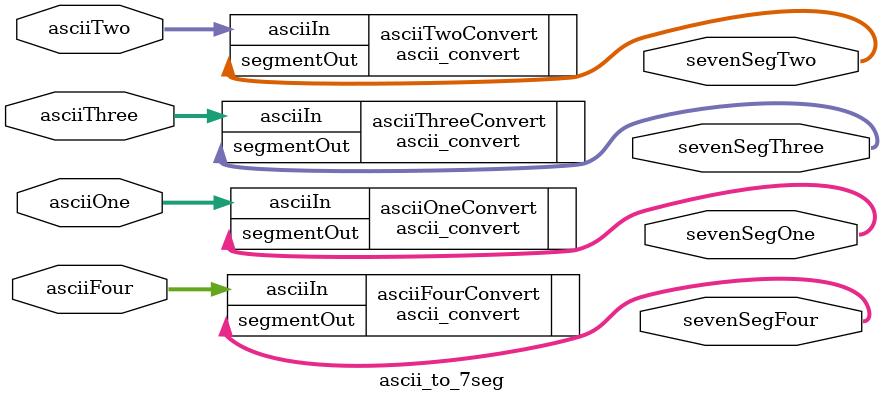
<source format=v>
`timescale 1ns / 1ps
module ascii_to_7seg(

input [7:0] asciiOne,
input [7:0] asciiTwo,
input [7:0] asciiThree,
input [7:0] asciiFour,
output [7:0] sevenSegOne,
output [7:0] sevenSegTwo,
output [7:0] sevenSegThree,
output [7:0] sevenSegFour
    );


ascii_convert asciiOneConvert(
.asciiIn(asciiOne),
.segmentOut(sevenSegOne)
);

ascii_convert asciiTwoConvert(
.asciiIn(asciiTwo),
.segmentOut(sevenSegTwo)
);

ascii_convert asciiThreeConvert(
.asciiIn(asciiThree),
.segmentOut(sevenSegThree)
);

ascii_convert asciiFourConvert(
.asciiIn(asciiFour),
.segmentOut(sevenSegFour)
);

endmodule

</source>
